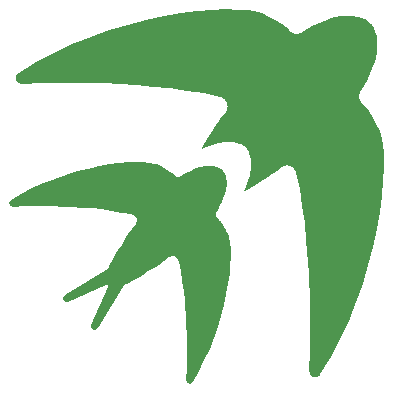
<source format=gto>
G04 #@! TF.GenerationSoftware,KiCad,Pcbnew,(6.0.10-0)*
G04 #@! TF.CreationDate,2023-06-21T21:42:55+02:00*
G04 #@! TF.ProjectId,SwiftLeeds,53776966-744c-4656-9564-732e6b696361,rev?*
G04 #@! TF.SameCoordinates,Original*
G04 #@! TF.FileFunction,Legend,Top*
G04 #@! TF.FilePolarity,Positive*
%FSLAX46Y46*%
G04 Gerber Fmt 4.6, Leading zero omitted, Abs format (unit mm)*
G04 Created by KiCad (PCBNEW (6.0.10-0)) date 2023-06-21 21:42:55*
%MOMM*%
%LPD*%
G01*
G04 APERTURE LIST*
%ADD10C,0.000000*%
%ADD11R,1.727200X1.727200*%
%ADD12C,1.727200*%
%ADD13O,1.727200X1.727200*%
G04 APERTURE END LIST*
D10*
G36*
X166345335Y-55133083D02*
G01*
X167255028Y-55212769D01*
X168009149Y-55353225D01*
X168322820Y-55445661D01*
X168591536Y-55552593D01*
X168776660Y-55642187D01*
X168955079Y-55732324D01*
X169126909Y-55822925D01*
X169292267Y-55913915D01*
X169451269Y-56005214D01*
X169604031Y-56096746D01*
X169750670Y-56188433D01*
X169891301Y-56280197D01*
X170026041Y-56371962D01*
X170155006Y-56463648D01*
X170278312Y-56555180D01*
X170396077Y-56646480D01*
X170508415Y-56737469D01*
X170615444Y-56828071D01*
X170717279Y-56918207D01*
X170814036Y-57007801D01*
X170834261Y-57027102D01*
X170855222Y-57045318D01*
X170876881Y-57062449D01*
X170899199Y-57078495D01*
X170922137Y-57093455D01*
X170945656Y-57107330D01*
X170994284Y-57131825D01*
X171044772Y-57151978D01*
X171096810Y-57167791D01*
X171150088Y-57179264D01*
X171204297Y-57186395D01*
X171259126Y-57189185D01*
X171314265Y-57187635D01*
X171369404Y-57181744D01*
X171424232Y-57171512D01*
X171478441Y-57156939D01*
X171531720Y-57138026D01*
X171583758Y-57114771D01*
X171634246Y-57087176D01*
X172110237Y-56798828D01*
X172566075Y-56547726D01*
X173002068Y-56332048D01*
X173418528Y-56149972D01*
X173815765Y-55999678D01*
X174194088Y-55879343D01*
X174553807Y-55787146D01*
X174895233Y-55721265D01*
X175218676Y-55679878D01*
X175524445Y-55661165D01*
X175812851Y-55663303D01*
X176084203Y-55684471D01*
X176338813Y-55722847D01*
X176576989Y-55776610D01*
X176799042Y-55843938D01*
X177005282Y-55923010D01*
X177035339Y-55938500D01*
X177065900Y-55955152D01*
X177096848Y-55972890D01*
X177128067Y-55991636D01*
X177159441Y-56011312D01*
X177190854Y-56031840D01*
X177222189Y-56053144D01*
X177253331Y-56075145D01*
X177284163Y-56097766D01*
X177314568Y-56120930D01*
X177344431Y-56144559D01*
X177373634Y-56168576D01*
X177402063Y-56192903D01*
X177429600Y-56217462D01*
X177456130Y-56242176D01*
X177481536Y-56266968D01*
X177510688Y-56292083D01*
X177538638Y-56317817D01*
X177565426Y-56344172D01*
X177591089Y-56371148D01*
X177615668Y-56398743D01*
X177639200Y-56426958D01*
X177661724Y-56455794D01*
X177683280Y-56485249D01*
X177703905Y-56515325D01*
X177723639Y-56546021D01*
X177742520Y-56577336D01*
X177760588Y-56609273D01*
X177777880Y-56641829D01*
X177794435Y-56675005D01*
X177810293Y-56708801D01*
X177825492Y-56743218D01*
X177908924Y-56949458D01*
X177979489Y-57171511D01*
X178035481Y-57409687D01*
X178075194Y-57664297D01*
X178096925Y-57935650D01*
X178098966Y-58224056D01*
X178079614Y-58529825D01*
X178037162Y-58853267D01*
X177969905Y-59194694D01*
X177876138Y-59554413D01*
X177754156Y-59932736D01*
X177602254Y-60329973D01*
X177418725Y-60746433D01*
X177201865Y-61182427D01*
X176949969Y-61638265D01*
X176661330Y-62114256D01*
X176633735Y-62164454D01*
X176610480Y-62215697D01*
X176591566Y-62267794D01*
X176576993Y-62320549D01*
X176566761Y-62373769D01*
X176560869Y-62427261D01*
X176559319Y-62480830D01*
X176562109Y-62534282D01*
X176569240Y-62587425D01*
X176580712Y-62640064D01*
X176596524Y-62692005D01*
X176616678Y-62743055D01*
X176641172Y-62793020D01*
X176670007Y-62841705D01*
X176686052Y-62865508D01*
X176703182Y-62888918D01*
X176721398Y-62911912D01*
X176740699Y-62934465D01*
X176920431Y-63133057D01*
X177102022Y-63352424D01*
X177284854Y-63593494D01*
X177468306Y-63857199D01*
X177651758Y-64144469D01*
X177834589Y-64456233D01*
X178016180Y-64793421D01*
X178106316Y-64971841D01*
X178195910Y-65156965D01*
X178399638Y-65739061D01*
X178543331Y-66492387D01*
X178625245Y-67400898D01*
X178643635Y-68448548D01*
X178596758Y-69619293D01*
X178482870Y-70897086D01*
X178300226Y-72265882D01*
X178047082Y-73709637D01*
X177721695Y-75212304D01*
X177322320Y-76757838D01*
X176847214Y-78330195D01*
X176294631Y-79913328D01*
X175662829Y-81491193D01*
X174950062Y-83047743D01*
X174154588Y-84566935D01*
X173274661Y-86032721D01*
X173248649Y-86066201D01*
X173220349Y-86097161D01*
X173189957Y-86125564D01*
X173157666Y-86151370D01*
X173123669Y-86174540D01*
X173088161Y-86195036D01*
X173051335Y-86212820D01*
X173013385Y-86227851D01*
X172974505Y-86240092D01*
X172934889Y-86249504D01*
X172894730Y-86256047D01*
X172854222Y-86259684D01*
X172813559Y-86260375D01*
X172772936Y-86258082D01*
X172732545Y-86252765D01*
X172692580Y-86244387D01*
X172653835Y-86227980D01*
X172617028Y-86208627D01*
X172582237Y-86186484D01*
X172549538Y-86161705D01*
X172519010Y-86134446D01*
X172490730Y-86104861D01*
X172464776Y-86073106D01*
X172441224Y-86039335D01*
X172420153Y-86003704D01*
X172401640Y-85966368D01*
X172385762Y-85927481D01*
X172372598Y-85887199D01*
X172362224Y-85845677D01*
X172354718Y-85803070D01*
X172350158Y-85759533D01*
X172348620Y-85715220D01*
X172401950Y-84076850D01*
X172422568Y-82278645D01*
X172398229Y-80010077D01*
X172298235Y-77407886D01*
X172091891Y-74608811D01*
X171939246Y-73178173D01*
X171748502Y-71749591D01*
X171515823Y-70340157D01*
X171237372Y-68966964D01*
X171223441Y-68913409D01*
X171206541Y-68861913D01*
X171186801Y-68812519D01*
X171164353Y-68765271D01*
X171139328Y-68720214D01*
X171111856Y-68677389D01*
X171082068Y-68636842D01*
X171050096Y-68598615D01*
X171016069Y-68562753D01*
X170980119Y-68529298D01*
X170942377Y-68498294D01*
X170902973Y-68469786D01*
X170862038Y-68443816D01*
X170819703Y-68420428D01*
X170776098Y-68399667D01*
X170731355Y-68381574D01*
X170685604Y-68366195D01*
X170638977Y-68353572D01*
X170591603Y-68343750D01*
X170543614Y-68336771D01*
X170495141Y-68332679D01*
X170446314Y-68331519D01*
X170397264Y-68333334D01*
X170348122Y-68338166D01*
X170299019Y-68346060D01*
X170250085Y-68357060D01*
X170201452Y-68371209D01*
X170153249Y-68388550D01*
X170105609Y-68409128D01*
X170058662Y-68432986D01*
X170012538Y-68460167D01*
X169967368Y-68490715D01*
X169580415Y-68764910D01*
X169193462Y-69032284D01*
X168806509Y-69293456D01*
X168419557Y-69549048D01*
X167645651Y-70045968D01*
X166871745Y-70528006D01*
X166869265Y-70527929D01*
X166866790Y-70527703D01*
X166864325Y-70527330D01*
X166861875Y-70526818D01*
X166859443Y-70526169D01*
X166857036Y-70525390D01*
X166854658Y-70524485D01*
X166852314Y-70523459D01*
X166850009Y-70522316D01*
X166847747Y-70521062D01*
X166845534Y-70519702D01*
X166843374Y-70518240D01*
X166841272Y-70516680D01*
X166839234Y-70515029D01*
X166837263Y-70513291D01*
X166835364Y-70511470D01*
X166833543Y-70509572D01*
X166831805Y-70507601D01*
X166830154Y-70505562D01*
X166828595Y-70503460D01*
X166827132Y-70501300D01*
X166825772Y-70499087D01*
X166824518Y-70496825D01*
X166823375Y-70494520D01*
X166822349Y-70492176D01*
X166821444Y-70489798D01*
X166820665Y-70487391D01*
X166820016Y-70484960D01*
X166819503Y-70482509D01*
X166819131Y-70480044D01*
X166818904Y-70477569D01*
X166818828Y-70475090D01*
X166948568Y-70197561D01*
X167060518Y-69930420D01*
X167155493Y-69673511D01*
X167234306Y-69426678D01*
X167297771Y-69189767D01*
X167346702Y-68962624D01*
X167381913Y-68745092D01*
X167404218Y-68537017D01*
X167414430Y-68338243D01*
X167413364Y-68148616D01*
X167401834Y-67967982D01*
X167380653Y-67796183D01*
X167350635Y-67633067D01*
X167312595Y-67478477D01*
X167267345Y-67332258D01*
X167215701Y-67194256D01*
X167205172Y-67164801D01*
X167193480Y-67135965D01*
X167180703Y-67107750D01*
X167166918Y-67080155D01*
X167152204Y-67053179D01*
X167136636Y-67026824D01*
X167120293Y-67001090D01*
X167103253Y-66975975D01*
X167085593Y-66951480D01*
X167067390Y-66927606D01*
X167048722Y-66904351D01*
X167029666Y-66881717D01*
X167010300Y-66859703D01*
X166990702Y-66838309D01*
X166970949Y-66817536D01*
X166951117Y-66797382D01*
X166855620Y-66718833D01*
X166809267Y-66681109D01*
X166786032Y-66662906D01*
X166762603Y-66645246D01*
X166738864Y-66628205D01*
X166714699Y-66611863D01*
X166689991Y-66596295D01*
X166664624Y-66581580D01*
X166638483Y-66567796D01*
X166611449Y-66555019D01*
X166583409Y-66543327D01*
X166554244Y-66532798D01*
X166420893Y-66481154D01*
X166278705Y-66435905D01*
X166127526Y-66397864D01*
X165967200Y-66367847D01*
X165797572Y-66346666D01*
X165618487Y-66335136D01*
X165429791Y-66334070D01*
X165231327Y-66344282D01*
X165022942Y-66366587D01*
X164804480Y-66401798D01*
X164575786Y-66450730D01*
X164336705Y-66514195D01*
X164087081Y-66593008D01*
X163826761Y-66687983D01*
X163555589Y-66799933D01*
X163273410Y-66929674D01*
X163270855Y-66929597D01*
X163268165Y-66929370D01*
X163265358Y-66928998D01*
X163262454Y-66928485D01*
X163259473Y-66927837D01*
X163256434Y-66927058D01*
X163253356Y-66926152D01*
X163250258Y-66925126D01*
X163247161Y-66923983D01*
X163244083Y-66922729D01*
X163241044Y-66921369D01*
X163238063Y-66919907D01*
X163235159Y-66918347D01*
X163232353Y-66916696D01*
X163229662Y-66914958D01*
X163227107Y-66913137D01*
X163224708Y-66911238D01*
X163222483Y-66909267D01*
X163220451Y-66907229D01*
X163218633Y-66905127D01*
X163217047Y-66902967D01*
X163215713Y-66900753D01*
X163214651Y-66898492D01*
X163213879Y-66896187D01*
X163213418Y-66893843D01*
X163213285Y-66891465D01*
X163213502Y-66889058D01*
X163214087Y-66886626D01*
X163215059Y-66884176D01*
X163216439Y-66881711D01*
X163218245Y-66879236D01*
X163220496Y-66876756D01*
X163702533Y-66102850D01*
X164199452Y-65328944D01*
X164455044Y-64941991D01*
X164716216Y-64555038D01*
X164983590Y-64168085D01*
X165257785Y-63781131D01*
X165288258Y-63735962D01*
X165315223Y-63689839D01*
X165338740Y-63642891D01*
X165358864Y-63595251D01*
X165375656Y-63547049D01*
X165389173Y-63498416D01*
X165399473Y-63449483D01*
X165406614Y-63400380D01*
X165410654Y-63351238D01*
X165411652Y-63302188D01*
X165409666Y-63253361D01*
X165404754Y-63204888D01*
X165396973Y-63156899D01*
X165386383Y-63109525D01*
X165373040Y-63062898D01*
X165357005Y-63017147D01*
X165338333Y-62972404D01*
X165317085Y-62928800D01*
X165293317Y-62886465D01*
X165267088Y-62845530D01*
X165238456Y-62806126D01*
X165207479Y-62768383D01*
X165174215Y-62732433D01*
X165138723Y-62698407D01*
X165101061Y-62666435D01*
X165061286Y-62636647D01*
X165019457Y-62609175D01*
X164975632Y-62584150D01*
X164929869Y-62561702D01*
X164882227Y-62541963D01*
X164832763Y-62525062D01*
X164781535Y-62511131D01*
X163408634Y-62232679D01*
X162000000Y-62000000D01*
X160572606Y-61809256D01*
X159143430Y-61656610D01*
X157729447Y-61538226D01*
X156347632Y-61450266D01*
X155014962Y-61388894D01*
X153748412Y-61350272D01*
X151481574Y-61325933D01*
X149682924Y-61346551D01*
X148033412Y-61399881D01*
X148011168Y-61401823D01*
X147989099Y-61402704D01*
X147967224Y-61402549D01*
X147945562Y-61401380D01*
X147924132Y-61399224D01*
X147902955Y-61396103D01*
X147882048Y-61392042D01*
X147861433Y-61387066D01*
X147841127Y-61381198D01*
X147821151Y-61374463D01*
X147801523Y-61366886D01*
X147782264Y-61358489D01*
X147763393Y-61349298D01*
X147744928Y-61339336D01*
X147726890Y-61328629D01*
X147709297Y-61317199D01*
X147692170Y-61305072D01*
X147675527Y-61292272D01*
X147659387Y-61278822D01*
X147643771Y-61264748D01*
X147628698Y-61250073D01*
X147614187Y-61234821D01*
X147600257Y-61219017D01*
X147586928Y-61202684D01*
X147574219Y-61185848D01*
X147562149Y-61168533D01*
X147550738Y-61150762D01*
X147540006Y-61132559D01*
X147529971Y-61113950D01*
X147520653Y-61094958D01*
X147512072Y-61075608D01*
X147504247Y-61055923D01*
X147497345Y-61036006D01*
X147491508Y-61015958D01*
X147486718Y-60995803D01*
X147482956Y-60975566D01*
X147480200Y-60955271D01*
X147478434Y-60934942D01*
X147477636Y-60914603D01*
X147477788Y-60894279D01*
X147478869Y-60873994D01*
X147480862Y-60853771D01*
X147483746Y-60833636D01*
X147487502Y-60813612D01*
X147492111Y-60793724D01*
X147497553Y-60773996D01*
X147503809Y-60754452D01*
X147510860Y-60735116D01*
X147518686Y-60716013D01*
X147527267Y-60697166D01*
X147536585Y-60678601D01*
X147546620Y-60660340D01*
X147557352Y-60642409D01*
X147568763Y-60624832D01*
X147580833Y-60607633D01*
X147593542Y-60590835D01*
X147606871Y-60574464D01*
X147620801Y-60558544D01*
X147635312Y-60543098D01*
X147650385Y-60528152D01*
X147666001Y-60513728D01*
X147682140Y-60499853D01*
X147698783Y-60486548D01*
X147715911Y-60473840D01*
X149177314Y-59594204D01*
X150693248Y-58799524D01*
X152247552Y-58087939D01*
X153824064Y-57457591D01*
X155406623Y-56906617D01*
X156979066Y-56433157D01*
X158525231Y-56035353D01*
X160028957Y-55711342D01*
X161474082Y-55459264D01*
X162844444Y-55277260D01*
X164123881Y-55163469D01*
X165296233Y-55116030D01*
X166345335Y-55133083D01*
G37*
G36*
X158293819Y-68049941D02*
G01*
X158841641Y-68098594D01*
X159296445Y-68184144D01*
X159485962Y-68240417D01*
X159648620Y-68305506D01*
X159755913Y-68360077D01*
X159859563Y-68414647D01*
X159959648Y-68469217D01*
X160056244Y-68523787D01*
X160149429Y-68578358D01*
X160239282Y-68632928D01*
X160325879Y-68687498D01*
X160409297Y-68742069D01*
X160489616Y-68796639D01*
X160566911Y-68851209D01*
X160641260Y-68905780D01*
X160712741Y-68960350D01*
X160781432Y-69014920D01*
X160847410Y-69069491D01*
X160910753Y-69124061D01*
X160971538Y-69178631D01*
X160984168Y-69190723D01*
X160997240Y-69202189D01*
X161010728Y-69213026D01*
X161024609Y-69223228D01*
X161053451Y-69241709D01*
X161083571Y-69257593D01*
X161114778Y-69270842D01*
X161146875Y-69281416D01*
X161179670Y-69289277D01*
X161212969Y-69294387D01*
X161246578Y-69296705D01*
X161280303Y-69296195D01*
X161313951Y-69292817D01*
X161347327Y-69286532D01*
X161363853Y-69282287D01*
X161380238Y-69277301D01*
X161396459Y-69271569D01*
X161412490Y-69265086D01*
X161428309Y-69257847D01*
X161443890Y-69249848D01*
X161459209Y-69241083D01*
X161474242Y-69231548D01*
X161756111Y-69059291D01*
X162026353Y-68908932D01*
X162285123Y-68779424D01*
X162532576Y-68669722D01*
X162768867Y-68578778D01*
X162994150Y-68505546D01*
X163208582Y-68448980D01*
X163412316Y-68408033D01*
X163605509Y-68381658D01*
X163788314Y-68368810D01*
X163960888Y-68368442D01*
X164123385Y-68379507D01*
X164275960Y-68400959D01*
X164418768Y-68431752D01*
X164551964Y-68470839D01*
X164675704Y-68517173D01*
X164700198Y-68527399D01*
X164724073Y-68538205D01*
X164747327Y-68549555D01*
X164769961Y-68561408D01*
X164791975Y-68573726D01*
X164813369Y-68586471D01*
X164834143Y-68599603D01*
X164854297Y-68613084D01*
X164873830Y-68626876D01*
X164892744Y-68640938D01*
X164911037Y-68655233D01*
X164928710Y-68669722D01*
X164945763Y-68684366D01*
X164962196Y-68699126D01*
X164978009Y-68713963D01*
X164993201Y-68728840D01*
X165052320Y-68808214D01*
X165081104Y-68847902D01*
X165108958Y-68887590D01*
X165135572Y-68927277D01*
X165160635Y-68966965D01*
X165172489Y-68986808D01*
X165183838Y-69006652D01*
X165194645Y-69026496D01*
X165204871Y-69046340D01*
X165251206Y-69169788D01*
X165290292Y-69302190D01*
X165321085Y-69443815D01*
X165342537Y-69594937D01*
X165353603Y-69755825D01*
X165353234Y-69926751D01*
X165340386Y-70107987D01*
X165314012Y-70299803D01*
X165273065Y-70502471D01*
X165216499Y-70716263D01*
X165143267Y-70941450D01*
X165052323Y-71178302D01*
X164942620Y-71427092D01*
X164813112Y-71688090D01*
X164662753Y-71961568D01*
X164490497Y-72247798D01*
X164480961Y-72262831D01*
X164472196Y-72278151D01*
X164464197Y-72293732D01*
X164456958Y-72309551D01*
X164450475Y-72325583D01*
X164444743Y-72341804D01*
X164439757Y-72358189D01*
X164435512Y-72374715D01*
X164432004Y-72391357D01*
X164429227Y-72408092D01*
X164427176Y-72424894D01*
X164425848Y-72441739D01*
X164425237Y-72458605D01*
X164425338Y-72475465D01*
X164426146Y-72492296D01*
X164427657Y-72509074D01*
X164429865Y-72525774D01*
X164432766Y-72542373D01*
X164436355Y-72558845D01*
X164440627Y-72575168D01*
X164445577Y-72591316D01*
X164451201Y-72607265D01*
X164457494Y-72622992D01*
X164464450Y-72638472D01*
X164472065Y-72653680D01*
X164480333Y-72668592D01*
X164489252Y-72683185D01*
X164498814Y-72697434D01*
X164509016Y-72711315D01*
X164519853Y-72724803D01*
X164531319Y-72737875D01*
X164543410Y-72750506D01*
X164598271Y-72806930D01*
X164653636Y-72867037D01*
X164709389Y-72930786D01*
X164765413Y-72998140D01*
X164821592Y-73069059D01*
X164877809Y-73143506D01*
X164933949Y-73221440D01*
X164989896Y-73302824D01*
X165045532Y-73387619D01*
X165100742Y-73475785D01*
X165155409Y-73567285D01*
X165209418Y-73662079D01*
X165262651Y-73760129D01*
X165314993Y-73861395D01*
X165366327Y-73965840D01*
X165416537Y-74073424D01*
X165537899Y-74425600D01*
X165623449Y-74880409D01*
X165672102Y-75428237D01*
X165682772Y-76059473D01*
X165654376Y-76764505D01*
X165585827Y-77533719D01*
X165476041Y-78357505D01*
X165323931Y-79226250D01*
X165128413Y-80130341D01*
X164888402Y-81060167D01*
X164602812Y-82006115D01*
X164270559Y-82958574D01*
X163890556Y-83907930D01*
X163461719Y-84844571D01*
X162982962Y-85758886D01*
X162453200Y-86641263D01*
X162447934Y-86653432D01*
X162442077Y-86665137D01*
X162435659Y-86676377D01*
X162428707Y-86687151D01*
X162421251Y-86697461D01*
X162413320Y-86707305D01*
X162404944Y-86716685D01*
X162396151Y-86725599D01*
X162386971Y-86734048D01*
X162377432Y-86742032D01*
X162367564Y-86749551D01*
X162357395Y-86756605D01*
X162336272Y-86769317D01*
X162314297Y-86780169D01*
X162291702Y-86789161D01*
X162268719Y-86796293D01*
X162245581Y-86801564D01*
X162222520Y-86804974D01*
X162199769Y-86806525D01*
X162177561Y-86806214D01*
X162156128Y-86804044D01*
X162135703Y-86800013D01*
X162123456Y-86794822D01*
X162111525Y-86789180D01*
X162088625Y-86776603D01*
X162067043Y-86762399D01*
X162046818Y-86746683D01*
X162027988Y-86729571D01*
X162010592Y-86711181D01*
X161994669Y-86691628D01*
X161980258Y-86671028D01*
X161967397Y-86649498D01*
X161956125Y-86627155D01*
X161946480Y-86604113D01*
X161938503Y-86580491D01*
X161932230Y-86556403D01*
X161927702Y-86531967D01*
X161924957Y-86507297D01*
X161924033Y-86482512D01*
X161958347Y-85495265D01*
X161972869Y-84413760D01*
X161960415Y-83049478D01*
X161902073Y-81484278D01*
X161778928Y-79800018D01*
X161687144Y-78938822D01*
X161572067Y-78078558D01*
X161431332Y-77229458D01*
X161262576Y-76401755D01*
X161254218Y-76370057D01*
X161244076Y-76339478D01*
X161232230Y-76310053D01*
X161218755Y-76281814D01*
X161203731Y-76254796D01*
X161187233Y-76229033D01*
X161169340Y-76204559D01*
X161150130Y-76181407D01*
X161129679Y-76159612D01*
X161108066Y-76139207D01*
X161085367Y-76120226D01*
X161061660Y-76102704D01*
X161037024Y-76086674D01*
X161011535Y-76072170D01*
X160985270Y-76059226D01*
X160958308Y-76047876D01*
X160930726Y-76038153D01*
X160902601Y-76030093D01*
X160874011Y-76023728D01*
X160845034Y-76019092D01*
X160815746Y-76016220D01*
X160786226Y-76015145D01*
X160756551Y-76015902D01*
X160726798Y-76018524D01*
X160697046Y-76023045D01*
X160667370Y-76029499D01*
X160637850Y-76037920D01*
X160608563Y-76048341D01*
X160579585Y-76060798D01*
X160550995Y-76075323D01*
X160522870Y-76091950D01*
X160495288Y-76110715D01*
X160049785Y-76429765D01*
X159605212Y-76733312D01*
X159160020Y-77023217D01*
X158712657Y-77301339D01*
X158261574Y-77569540D01*
X157805219Y-77829679D01*
X157342042Y-78083617D01*
X156870494Y-78333214D01*
X156845702Y-78348407D01*
X156820988Y-78364221D01*
X156796430Y-78380654D01*
X156772103Y-78397707D01*
X156748087Y-78415380D01*
X156724458Y-78433674D01*
X156701294Y-78452587D01*
X156678673Y-78472121D01*
X156656672Y-78492274D01*
X156635369Y-78513048D01*
X156614840Y-78534442D01*
X156595165Y-78556456D01*
X156576419Y-78579090D01*
X156558681Y-78602344D01*
X156542028Y-78626219D01*
X156526538Y-78650714D01*
X154409869Y-82090430D01*
X154402122Y-82102599D01*
X154393785Y-82114298D01*
X154384885Y-82125522D01*
X154375452Y-82136267D01*
X154365516Y-82146527D01*
X154355105Y-82156298D01*
X154344248Y-82165575D01*
X154332974Y-82174352D01*
X154309293Y-82190391D01*
X154284295Y-82204376D01*
X154258211Y-82216268D01*
X154231275Y-82226029D01*
X154203719Y-82233618D01*
X154175775Y-82238999D01*
X154147676Y-82242132D01*
X154119655Y-82242978D01*
X154091943Y-82241499D01*
X154064775Y-82237656D01*
X154051467Y-82234836D01*
X154038381Y-82231410D01*
X154025548Y-82227373D01*
X154012996Y-82222722D01*
X153988824Y-82207225D01*
X153965969Y-82190527D01*
X153944510Y-82172666D01*
X153924524Y-82153681D01*
X153906089Y-82133611D01*
X153889281Y-82112495D01*
X153874178Y-82090371D01*
X153860858Y-82067278D01*
X153849399Y-82043255D01*
X153839878Y-82018340D01*
X153832372Y-81992573D01*
X153826959Y-81965992D01*
X153823717Y-81938636D01*
X153822723Y-81910544D01*
X153823093Y-81896234D01*
X153824054Y-81881754D01*
X153825616Y-81867109D01*
X153827788Y-81852305D01*
X155309451Y-78597798D01*
X155311778Y-78592838D01*
X155313805Y-78587883D01*
X155315541Y-78582937D01*
X155316996Y-78578006D01*
X155318180Y-78573094D01*
X155319102Y-78568207D01*
X155319772Y-78563349D01*
X155320200Y-78558524D01*
X155320395Y-78553738D01*
X155320368Y-78548996D01*
X155320127Y-78544303D01*
X155319683Y-78539662D01*
X155319046Y-78535080D01*
X155318224Y-78530560D01*
X155317227Y-78526109D01*
X155316066Y-78521730D01*
X155314750Y-78517429D01*
X155313289Y-78513210D01*
X155309969Y-78505038D01*
X155306184Y-78497254D01*
X155302011Y-78489897D01*
X155297529Y-78483005D01*
X155292814Y-78476616D01*
X155287944Y-78470770D01*
X155282996Y-78465506D01*
X155277731Y-78460558D01*
X155271886Y-78455688D01*
X155265497Y-78450972D01*
X155258604Y-78446489D01*
X155251247Y-78442316D01*
X155243463Y-78438531D01*
X155235292Y-78435211D01*
X155226771Y-78432433D01*
X155217941Y-78430276D01*
X155208839Y-78428816D01*
X155199505Y-78428131D01*
X155194763Y-78428104D01*
X155189977Y-78428299D01*
X155185153Y-78428727D01*
X155180294Y-78429397D01*
X155175407Y-78430319D01*
X155170495Y-78431503D01*
X155165564Y-78432958D01*
X155160618Y-78434694D01*
X155155663Y-78436721D01*
X155150702Y-78439047D01*
X151896329Y-79920714D01*
X151881449Y-79922886D01*
X151866589Y-79924448D01*
X151851768Y-79925409D01*
X151837004Y-79925778D01*
X151822318Y-79925567D01*
X151807729Y-79924784D01*
X151793257Y-79923439D01*
X151778920Y-79921541D01*
X151764738Y-79919101D01*
X151750730Y-79916128D01*
X151736917Y-79912632D01*
X151723316Y-79908622D01*
X151709948Y-79904109D01*
X151696832Y-79899101D01*
X151683987Y-79893609D01*
X151671433Y-79887642D01*
X151659189Y-79881210D01*
X151647274Y-79874322D01*
X151635709Y-79866989D01*
X151624511Y-79859220D01*
X151613701Y-79851024D01*
X151603298Y-79842412D01*
X151593321Y-79833393D01*
X151583790Y-79823977D01*
X151574724Y-79814173D01*
X151566143Y-79803991D01*
X151558065Y-79793441D01*
X151550510Y-79782532D01*
X151543499Y-79771275D01*
X151537049Y-79759678D01*
X151531180Y-79747752D01*
X151525912Y-79735507D01*
X151521260Y-79720626D01*
X151517224Y-79705760D01*
X151513798Y-79690923D01*
X151510977Y-79676130D01*
X151508758Y-79661394D01*
X151507134Y-79646732D01*
X151506101Y-79632157D01*
X151505655Y-79617683D01*
X151505790Y-79603326D01*
X151506501Y-79589100D01*
X151507784Y-79575018D01*
X151509634Y-79561097D01*
X151512045Y-79547351D01*
X151515014Y-79533793D01*
X151518536Y-79520438D01*
X151522604Y-79507302D01*
X151527216Y-79494398D01*
X151532365Y-79481742D01*
X151538047Y-79469347D01*
X151544257Y-79457228D01*
X151550990Y-79445400D01*
X151558242Y-79433877D01*
X151566007Y-79422673D01*
X151574281Y-79411805D01*
X151583058Y-79401284D01*
X151592335Y-79391128D01*
X151602106Y-79381349D01*
X151612366Y-79371962D01*
X151623110Y-79362983D01*
X151634334Y-79354425D01*
X151646033Y-79346303D01*
X151658202Y-79338631D01*
X155097785Y-77221964D01*
X155122280Y-77206474D01*
X155146155Y-77189821D01*
X155169409Y-77172083D01*
X155192044Y-77153338D01*
X155214058Y-77133662D01*
X155235452Y-77113134D01*
X155256226Y-77091830D01*
X155276380Y-77069829D01*
X155295913Y-77047208D01*
X155314827Y-77024044D01*
X155333120Y-77000415D01*
X155350793Y-76976398D01*
X155367847Y-76952072D01*
X155384280Y-76927513D01*
X155400093Y-76902798D01*
X155415286Y-76878007D01*
X155664884Y-76406458D01*
X155918822Y-75943282D01*
X156178961Y-75486928D01*
X156447161Y-75035844D01*
X156725283Y-74588482D01*
X157015188Y-74143290D01*
X157318735Y-73698717D01*
X157637786Y-73253214D01*
X157656550Y-73225632D01*
X157673178Y-73197507D01*
X157687703Y-73168917D01*
X157700159Y-73139940D01*
X157710581Y-73110652D01*
X157719002Y-73081132D01*
X157725456Y-73051456D01*
X157729977Y-73021704D01*
X157732598Y-72991951D01*
X157733355Y-72962276D01*
X157732280Y-72932755D01*
X157729408Y-72903468D01*
X157724773Y-72874490D01*
X157718408Y-72845900D01*
X157710347Y-72817775D01*
X157700625Y-72790193D01*
X157689275Y-72763231D01*
X157676331Y-72736966D01*
X157661827Y-72711477D01*
X157645797Y-72686840D01*
X157628274Y-72663134D01*
X157609294Y-72640435D01*
X157588889Y-72618821D01*
X157567094Y-72598370D01*
X157543942Y-72579159D01*
X157519468Y-72561266D01*
X157493705Y-72544769D01*
X157466687Y-72529744D01*
X157438449Y-72516269D01*
X157409023Y-72504423D01*
X157378445Y-72494281D01*
X157346747Y-72485922D01*
X156519045Y-72317167D01*
X155669949Y-72176432D01*
X154809691Y-72061356D01*
X153948503Y-71969572D01*
X153096617Y-71898717D01*
X152264264Y-71846427D01*
X151461677Y-71810338D01*
X150699088Y-71788085D01*
X149334830Y-71775631D01*
X148253346Y-71790152D01*
X147266120Y-71824465D01*
X147251392Y-71824234D01*
X147236975Y-71823542D01*
X147222867Y-71822394D01*
X147209070Y-71820796D01*
X147195582Y-71818753D01*
X147182405Y-71816268D01*
X147169537Y-71813348D01*
X147156980Y-71809996D01*
X147144733Y-71806218D01*
X147132795Y-71802018D01*
X147121168Y-71797402D01*
X147109851Y-71792374D01*
X147098844Y-71786939D01*
X147088147Y-71781102D01*
X147077760Y-71774868D01*
X147067683Y-71768241D01*
X147057916Y-71761226D01*
X147048459Y-71753829D01*
X147039312Y-71746054D01*
X147030476Y-71737906D01*
X147021949Y-71729390D01*
X147013733Y-71720511D01*
X147005826Y-71711273D01*
X146998230Y-71701681D01*
X146990943Y-71691741D01*
X146983967Y-71681456D01*
X146977301Y-71670833D01*
X146970945Y-71659875D01*
X146964899Y-71648587D01*
X146959163Y-71636976D01*
X146948621Y-71612797D01*
X146946372Y-71600397D01*
X146944583Y-71588006D01*
X146943250Y-71575634D01*
X146942368Y-71563291D01*
X146941931Y-71550987D01*
X146941935Y-71538732D01*
X146942375Y-71526535D01*
X146943246Y-71514405D01*
X146944544Y-71502353D01*
X146946263Y-71490389D01*
X146948399Y-71478521D01*
X146950946Y-71466760D01*
X146957257Y-71443596D01*
X146965157Y-71420974D01*
X146974608Y-71398973D01*
X146985569Y-71377670D01*
X146998004Y-71357141D01*
X147011873Y-71337465D01*
X147027137Y-71318720D01*
X147043757Y-71300982D01*
X147052564Y-71292515D01*
X147061695Y-71284329D01*
X147071147Y-71276434D01*
X147080913Y-71268839D01*
X147963287Y-70739079D01*
X148877598Y-70260322D01*
X149814233Y-69831485D01*
X150763581Y-69451483D01*
X151716030Y-69119229D01*
X152661967Y-68833639D01*
X153591781Y-68593628D01*
X154495860Y-68398111D01*
X155364593Y-68246001D01*
X156188367Y-68136214D01*
X156957570Y-68067666D01*
X157662592Y-68039269D01*
X158293819Y-68049941D01*
G37*
%LPC*%
D11*
X164520000Y-92750000D03*
D12*
X164520000Y-95290000D03*
D13*
X167060000Y-92750000D03*
X167060000Y-95290000D03*
D12*
X169600000Y-92750000D03*
X169600000Y-95290000D03*
M02*

</source>
